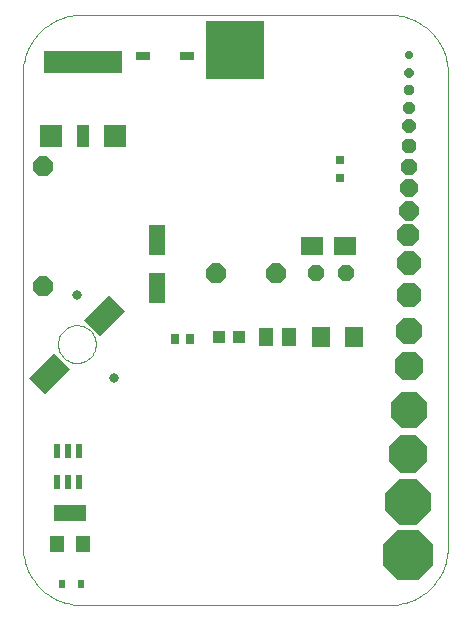
<source format=gtl>
G75*
G70*
%OFA0B0*%
%FSLAX24Y24*%
%IPPOS*%
%LPD*%
%AMOC8*
5,1,8,0,0,1.08239X$1,22.5*
%
%ADD10C,0.0004*%
%ADD11OC8,0.0660*%
%ADD12R,0.0315X0.0315*%
%ADD13R,0.0276X0.0354*%
%ADD14R,0.0433X0.0394*%
%ADD15R,0.0512X0.0591*%
%ADD16R,0.0630X0.0709*%
%ADD17R,0.0768X0.0591*%
%ADD18R,0.0217X0.0472*%
%ADD19R,0.1102X0.0551*%
%ADD20R,0.0472X0.0551*%
%ADD21R,0.0748X0.0748*%
%ADD22R,0.0433X0.0748*%
%ADD23R,0.2638X0.0748*%
%ADD24R,0.0472X0.0276*%
%ADD25R,0.0236X0.0315*%
%ADD26OC8,0.0520*%
%ADD27R,0.0551X0.1024*%
%ADD28C,0.0000*%
%ADD29R,0.1200X0.0760*%
%ADD30C,0.0318*%
%ADD31R,0.1975X0.1975*%
%ADD32OC8,0.1660*%
%ADD33OC8,0.1502*%
%ADD34OC8,0.1266*%
%ADD35OC8,0.1181*%
%ADD36OC8,0.0945*%
%ADD37OC8,0.0886*%
%ADD38OC8,0.0827*%
%ADD39OC8,0.0768*%
%ADD40OC8,0.0709*%
%ADD41OC8,0.0650*%
%ADD42OC8,0.0591*%
%ADD43OC8,0.0531*%
%ADD44OC8,0.0475*%
%ADD45OC8,0.0436*%
%ADD46OC8,0.0396*%
%ADD47OC8,0.0357*%
%ADD48OC8,0.0317*%
%ADD49OC8,0.0278*%
D10*
X000302Y002170D02*
X000302Y005713D01*
X000302Y017918D01*
X000304Y018012D01*
X000311Y018105D01*
X000322Y018198D01*
X000338Y018291D01*
X000358Y018382D01*
X000382Y018473D01*
X000410Y018562D01*
X000443Y018650D01*
X000480Y018736D01*
X000521Y018820D01*
X000566Y018903D01*
X000615Y018983D01*
X000667Y019060D01*
X000723Y019135D01*
X000783Y019207D01*
X000846Y019277D01*
X000912Y019343D01*
X000982Y019406D01*
X001054Y019466D01*
X001129Y019522D01*
X001206Y019574D01*
X001286Y019623D01*
X001369Y019668D01*
X001453Y019709D01*
X001539Y019746D01*
X001627Y019779D01*
X001716Y019807D01*
X001807Y019831D01*
X001898Y019851D01*
X001991Y019867D01*
X002084Y019878D01*
X002177Y019885D01*
X002271Y019887D01*
X007389Y019887D01*
X012507Y019887D01*
X012601Y019885D01*
X012694Y019878D01*
X012787Y019867D01*
X012880Y019851D01*
X012971Y019831D01*
X013062Y019807D01*
X013151Y019779D01*
X013239Y019746D01*
X013325Y019709D01*
X013409Y019668D01*
X013491Y019623D01*
X013572Y019574D01*
X013649Y019522D01*
X013724Y019466D01*
X013796Y019406D01*
X013866Y019343D01*
X013932Y019277D01*
X013995Y019207D01*
X014055Y019135D01*
X014111Y019060D01*
X014163Y018983D01*
X014212Y018902D01*
X014257Y018820D01*
X014298Y018736D01*
X014335Y018650D01*
X014368Y018562D01*
X014396Y018473D01*
X014420Y018382D01*
X014440Y018291D01*
X014456Y018198D01*
X014467Y018105D01*
X014474Y018012D01*
X014476Y017918D01*
X014476Y005713D01*
X014476Y002170D01*
X014474Y002076D01*
X014467Y001983D01*
X014456Y001890D01*
X014440Y001797D01*
X014420Y001706D01*
X014396Y001615D01*
X014368Y001526D01*
X014335Y001438D01*
X014298Y001352D01*
X014257Y001268D01*
X014212Y001186D01*
X014163Y001105D01*
X014111Y001028D01*
X014055Y000953D01*
X013995Y000881D01*
X013932Y000811D01*
X013866Y000745D01*
X013796Y000682D01*
X013724Y000622D01*
X013649Y000566D01*
X013572Y000514D01*
X013492Y000465D01*
X013409Y000420D01*
X013325Y000379D01*
X013239Y000342D01*
X013151Y000309D01*
X013062Y000281D01*
X012971Y000257D01*
X012880Y000237D01*
X012787Y000221D01*
X012694Y000210D01*
X012601Y000203D01*
X012507Y000201D01*
X012507Y000202D02*
X007389Y000202D01*
X002271Y000202D01*
X002271Y000201D02*
X002177Y000203D01*
X002084Y000210D01*
X001991Y000221D01*
X001898Y000237D01*
X001807Y000257D01*
X001716Y000281D01*
X001627Y000309D01*
X001539Y000342D01*
X001453Y000379D01*
X001369Y000420D01*
X001286Y000465D01*
X001206Y000514D01*
X001129Y000566D01*
X001054Y000622D01*
X000982Y000682D01*
X000912Y000745D01*
X000846Y000811D01*
X000783Y000881D01*
X000723Y000953D01*
X000667Y001028D01*
X000615Y001105D01*
X000566Y001186D01*
X000521Y001268D01*
X000480Y001352D01*
X000443Y001438D01*
X000410Y001526D01*
X000382Y001615D01*
X000358Y001706D01*
X000338Y001797D01*
X000322Y001890D01*
X000311Y001983D01*
X000304Y002076D01*
X000302Y002170D01*
D11*
X000980Y010830D03*
X000980Y014830D03*
X006756Y011270D03*
X008756Y011270D03*
D12*
X010864Y014439D03*
X010864Y015029D03*
D13*
X005884Y009081D03*
X005372Y009081D03*
D14*
X006835Y009132D03*
X007505Y009132D03*
D15*
X008420Y009140D03*
X009168Y009140D03*
D16*
X010230Y009147D03*
X011332Y009147D03*
D17*
X011031Y012178D03*
X009948Y012178D03*
D18*
X002178Y005330D03*
X001804Y005330D03*
X001430Y005330D03*
X001430Y004306D03*
X001804Y004306D03*
X002178Y004306D03*
D19*
X001886Y003264D03*
D20*
X001453Y002241D03*
X002320Y002241D03*
D21*
X003368Y015856D03*
X001242Y015856D03*
D22*
X002305Y015856D03*
D23*
X002305Y018297D03*
D24*
X004310Y018519D03*
X005766Y018519D03*
D25*
X001602Y000921D03*
X002232Y000921D03*
D26*
X010060Y011258D03*
X011060Y011258D03*
D27*
X004763Y010775D03*
X004763Y012389D03*
D28*
X001472Y008902D02*
X001474Y008952D01*
X001480Y009002D01*
X001490Y009051D01*
X001504Y009099D01*
X001521Y009146D01*
X001542Y009191D01*
X001567Y009235D01*
X001595Y009276D01*
X001627Y009315D01*
X001661Y009352D01*
X001698Y009386D01*
X001738Y009416D01*
X001780Y009443D01*
X001824Y009467D01*
X001870Y009488D01*
X001917Y009504D01*
X001965Y009517D01*
X002015Y009526D01*
X002064Y009531D01*
X002115Y009532D01*
X002165Y009529D01*
X002214Y009522D01*
X002263Y009511D01*
X002311Y009496D01*
X002357Y009478D01*
X002402Y009456D01*
X002445Y009430D01*
X002486Y009401D01*
X002525Y009369D01*
X002561Y009334D01*
X002593Y009296D01*
X002623Y009256D01*
X002650Y009213D01*
X002673Y009169D01*
X002692Y009123D01*
X002708Y009075D01*
X002720Y009026D01*
X002728Y008977D01*
X002732Y008927D01*
X002732Y008877D01*
X002728Y008827D01*
X002720Y008778D01*
X002708Y008729D01*
X002692Y008681D01*
X002673Y008635D01*
X002650Y008591D01*
X002623Y008548D01*
X002593Y008508D01*
X002561Y008470D01*
X002525Y008435D01*
X002486Y008403D01*
X002445Y008374D01*
X002402Y008348D01*
X002357Y008326D01*
X002311Y008308D01*
X002263Y008293D01*
X002214Y008282D01*
X002165Y008275D01*
X002115Y008272D01*
X002064Y008273D01*
X002015Y008278D01*
X001965Y008287D01*
X001917Y008300D01*
X001870Y008316D01*
X001824Y008337D01*
X001780Y008361D01*
X001738Y008388D01*
X001698Y008418D01*
X001661Y008452D01*
X001627Y008489D01*
X001595Y008528D01*
X001567Y008569D01*
X001542Y008613D01*
X001521Y008658D01*
X001504Y008705D01*
X001490Y008753D01*
X001480Y008802D01*
X001474Y008852D01*
X001472Y008902D01*
D29*
G36*
X001888Y008080D02*
X001041Y007233D01*
X000504Y007770D01*
X001351Y008617D01*
X001888Y008080D01*
G37*
G36*
X003721Y010013D02*
X002874Y009166D01*
X002337Y009703D01*
X003184Y010550D01*
X003721Y010013D01*
G37*
D30*
X002102Y010527D03*
X003352Y007777D03*
D31*
X007389Y018706D03*
D32*
X013137Y001880D03*
D33*
X013137Y003651D03*
D34*
X013137Y005226D03*
D35*
X013158Y006695D03*
D36*
X013158Y008173D03*
D37*
X013158Y009354D03*
D38*
X013158Y010535D03*
D39*
X013158Y011620D03*
D40*
X013151Y012536D03*
D41*
X013176Y013331D03*
D42*
X013176Y014118D03*
D43*
X013176Y014806D03*
D44*
X013176Y015493D03*
D45*
X013176Y016183D03*
D46*
X013176Y016774D03*
D47*
X013176Y017365D03*
D48*
X013176Y017955D03*
D49*
X013176Y018546D03*
M02*

</source>
